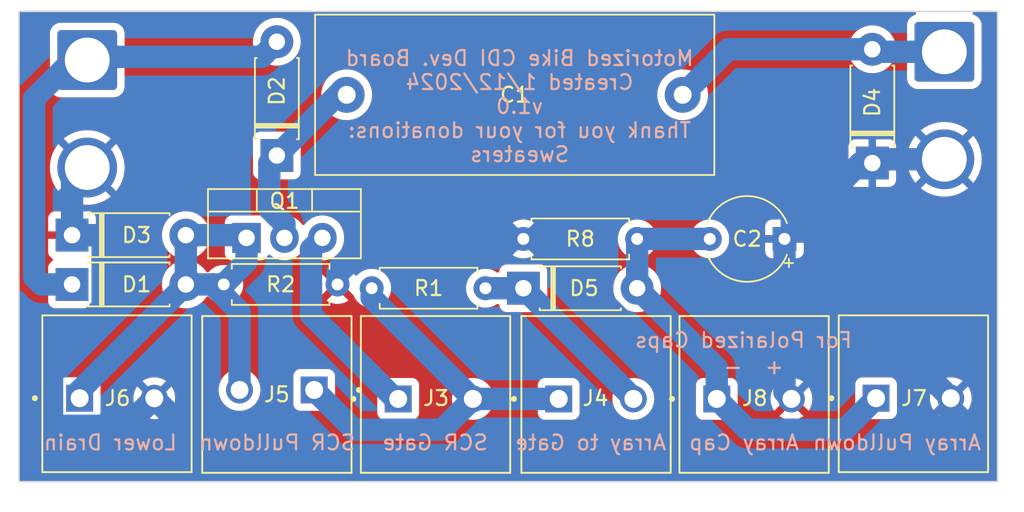
<source format=kicad_pcb>
(kicad_pcb (version 20221018) (generator pcbnew)
  (layers (0 "F.Cu" signal) (31 "B.Cu" signal) (34 "B.Paste" user) (35 "F.Paste" user) (36 "B.SilkS" user "B.Silkscreen") (37 "F.SilkS" user "F.Silkscreen") (38 "B.Mask" user) (39 "F.Mask" user) (44 "Edge.Cuts" user))
  (net 0 "")
  (net 1 "Net-(D2-K)")
  (net 2 "Net-(D4-A)")
  (net 3 "GND")
  (net 4 "Net-(D5-A)")
  (net 5 "Net-(D1-K)")
  (net 6 "Net-(D1-A)")
  (net 7 "Net-(D5-K)")
  (net 8 "Net-(J3-Pin_1)")
  (net 9 "Net-(J3-Pin_2)")
  (footprint "Diode_THT:D_DO-41_SOD81_P7.62mm_Horizontal" (layer "F.Cu") (at 154.178 101.6 90)
    (fp_text reference "D2" (at 4.318 0 90) (layer "F.SilkS"))
    (fp_text value "1N4007")
    (fp_line (start 1.09 -1.47) (end 6.53 -1.47) (stroke (width 0.12)) (layer "F.SilkS"))
    (fp_line (start 1.09 -1.34) (end 1.09 -1.47) (stroke (width 0.12)) (layer "F.SilkS"))
    (fp_line (start 1.09 1.34) (end 1.09 1.47) (stroke (width 0.12)) (layer "F.SilkS"))
    (fp_line (start 1.09 1.47) (end 6.53 1.47) (stroke (width 0.12)) (layer "F.SilkS"))
    (fp_line (start 1.87 -1.47) (end 1.87 1.47) (stroke (width 0.12)) (layer "F.SilkS"))
    (fp_line (start 1.99 -1.47) (end 1.99 1.47) (stroke (width 0.12)) (layer "F.SilkS"))
    (fp_line (start 2.11 -1.47) (end 2.11 1.47) (stroke (width 0.12)) (layer "F.SilkS"))
    (fp_line (start 6.53 -1.47) (end 6.53 -1.34) (stroke (width 0.12)) (layer "F.SilkS"))
    (fp_line (start 6.53 1.47) (end 6.53 1.34) (stroke (width 0.12)) (layer "F.SilkS"))
    (pad "1" thru_hole rect (at 0 0 90) (size 2.2 2.2) (drill 1.1) (layers "*.Cu" "*.Mask") (net 1 "Net-(D2-K)"))
    (pad "2" thru_hole oval (at 7.62 0 90) (size 2.2 2.2) (drill 1.1) (layers "*.Cu" "*.Mask") (net 5 "Net-(D1-K)"))
  )
  (footprint "TE_1792863:TE_1792863" (layer "F.Cu") (at 186.1405 117.902)
    (fp_text reference "J8" (at 0.0415 -0.046) (layer "F.SilkS"))
    (fp_text value "aC")
    (fp_line (start -5 -5.55) (end 5 -5.55) (stroke (width 0.127)) (layer "F.SilkS"))
    (fp_line (start -5 4.95) (end -5 -5.55) (stroke (width 0.127)) (layer "F.SilkS"))
    (fp_line (start 5 -5.55) (end 5 4.95) (stroke (width 0.127)) (layer "F.SilkS"))
    (fp_line (start 5 4.95) (end -5 4.95) (stroke (width 0.127)) (layer "F.SilkS"))
    (fp_circle (center -5.5 0) (end -5.4 0) (stroke (width 0.2)) (fill none) (layer "F.SilkS"))
    (pad "1" thru_hole rect (at -2.5 0) (size 1.8 1.8) (drill 1.2) (layers "*.Cu" "*.Mask") (net 4 "Net-(D5-A)"))
    (pad "2" thru_hole circle (at 2.5 0) (size 1.8 1.8) (drill 1.2) (layers "*.Cu" "*.Mask") (net 3 "GND"))
  )
  (footprint "Connector_Wire:SolderWire-2.5sqmm_1x02_P7.2mm_D2.4mm_OD3.6mm" (layer "F.Cu") (at 198.882 94.654 -90)
    (fp_text reference "J2" hide)
    (fp_text value "COIL")
    (pad "1" thru_hole roundrect (at 0 0 270) (size 4 4) (drill 3) (layers "*.Cu" "*.Mask") (roundrect_rratio 0.0625) (net 2 "Net-(D4-A)"))
    (pad "2" thru_hole circle (at 7.2 0 270) (size 4 4) (drill 3) (layers "*.Cu" "*.Mask") (net 3 "GND"))
  )
  (footprint "Connector_Wire:SolderWire-2.5sqmm_1x02_P7.2mm_D2.4mm_OD3.6mm" (layer "F.Cu") (at 141.478 95.206 -90)
    (fp_text reference "J1" hide)
    (fp_text value "MAG")
    (pad "1" thru_hole roundrect (at 0 0 270) (size 4 4) (drill 3) (layers "*.Cu" "*.Mask") (roundrect_rratio 0.0625) (net 5 "Net-(D1-K)"))
    (pad "2" thru_hole circle (at 7.2 0 270) (size 4 4) (drill 3) (layers "*.Cu" "*.Mask") (net 3 "GND"))
  )
  (footprint "TE_1792863:TE_1792863" (layer "F.Cu") (at 143.47 117.856)
    (fp_text reference "J6" (at 0.04 0) (layer "F.SilkS"))
    (fp_text value "lD")
    (fp_line (start -5 -5.55) (end 5 -5.55) (stroke (width 0.127)) (layer "F.SilkS"))
    (fp_line (start -5 4.95) (end -5 -5.55) (stroke (width 0.127)) (layer "F.SilkS"))
    (fp_line (start 5 -5.55) (end 5 4.95) (stroke (width 0.127)) (layer "F.SilkS"))
    (fp_line (start 5 4.95) (end -5 4.95) (stroke (width 0.127)) (layer "F.SilkS"))
    (fp_circle (center -5.5 0) (end -5.4 0) (stroke (width 0.2)) (fill none) (layer "F.SilkS"))
    (pad "1" thru_hole rect (at -2.5 0) (size 1.8 1.8) (drill 1.2) (layers "*.Cu" "*.Mask") (net 6 "Net-(D1-A)"))
    (pad "2" thru_hole circle (at 2.5 0) (size 1.8 1.8) (drill 1.2) (layers "*.Cu" "*.Mask") (net 3 "GND"))
  )
  (footprint "TE_1792863:TE_1792863" (layer "F.Cu") (at 154.178 117.302 180)
    (fp_text reference "J5" (at 0 -0.3) (layer "F.SilkS"))
    (fp_text value "scrD")
    (fp_line (start -5 -5.55) (end 5 -5.55) (stroke (width 0.127)) (layer "F.SilkS"))
    (fp_line (start -5 4.95) (end -5 -5.55) (stroke (width 0.127)) (layer "F.SilkS"))
    (fp_line (start 5 -5.55) (end 5 4.95) (stroke (width 0.127)) (layer "F.SilkS"))
    (fp_line (start 5 4.95) (end -5 4.95) (stroke (width 0.127)) (layer "F.SilkS"))
    (fp_circle (center -5.5 0) (end -5.4 0) (stroke (width 0.2)) (fill none) (layer "F.SilkS"))
    (pad "1" thru_hole rect (at -2.5 0 180) (size 1.8 1.8) (drill 1.2) (layers "*.Cu" "*.Mask") (net 9 "Net-(J3-Pin_2)"))
    (pad "2" thru_hole circle (at 2.5 0 180) (size 1.8 1.8) (drill 1.2) (layers "*.Cu" "*.Mask") (net 6 "Net-(D1-A)"))
  )
  (footprint "Capacitor_THT:CP_Radial_Tantal_D5.5mm_P5.00mm" (layer "F.Cu") (at 188.174 107.188 180)
    (fp_text reference "C2" (at 2.5 0) (layer "F.SilkS"))
    (fp_text value "0.47u")
    (fp_line (start -0.572262 -1.615) (end -0.022262 -1.615) (stroke (width 0.12)) (layer "F.SilkS"))
    (fp_line (start -0.297262 -1.89) (end -0.297262 -1.34) (stroke (width 0.12)) (layer "F.SilkS"))
    (fp_arc (start -0.167077 -1.06) (mid 2.5 -2.87) (end 5.167077 -1.06) (stroke (width 0.12)) (layer "F.SilkS"))
    (fp_arc (start 5.167077 1.06) (mid 2.5 2.87) (end -0.167077 1.06) (stroke (width 0.12)) (layer "F.SilkS"))
    (pad "1" thru_hole rect (at 0 0 180) (size 1.6 1.6) (drill 0.8) (layers "*.Cu" "*.Mask") (net 3 "GND"))
    (pad "2" thru_hole circle (at 5 0 180) (size 1.6 1.6) (drill 0.8) (layers "*.Cu" "*.Mask") (net 4 "Net-(D5-A)"))
  )
  (footprint "Resistor_THT:R_Axial_DIN0207_L6.3mm_D2.5mm_P7.62mm_Horizontal" (layer "F.Cu") (at 170.688 107.188)
    (fp_text reference "R8" (at 3.81 0) (layer "F.SilkS"))
    (fp_text value "680")
    (fp_line (start 0.54 -1.37) (end 7.08 -1.37) (stroke (width 0.12)) (layer "F.SilkS"))
    (fp_line (start 0.54 -1.04) (end 0.54 -1.37) (stroke (width 0.12)) (layer "F.SilkS"))
    (fp_line (start 0.54 1.04) (end 0.54 1.37) (stroke (width 0.12)) (layer "F.SilkS"))
    (fp_line (start 0.54 1.37) (end 7.08 1.37) (stroke (width 0.12)) (layer "F.SilkS"))
    (fp_line (start 7.08 -1.37) (end 7.08 -1.04) (stroke (width 0.12)) (layer "F.SilkS"))
    (fp_line (start 7.08 1.37) (end 7.08 1.04) (stroke (width 0.12)) (layer "F.SilkS"))
    (pad "1" thru_hole circle (at 0 0) (size 1.6 1.6) (drill 0.8) (layers "*.Cu" "*.Mask") (net 3 "GND"))
    (pad "2" thru_hole oval (at 7.62 0) (size 1.6 1.6) (drill 0.8) (layers "*.Cu" "*.Mask") (net 4 "Net-(D5-A)"))
  )
  (footprint "Diode_THT:D_DO-41_SOD81_P7.62mm_Horizontal" (layer "F.Cu") (at 170.688 110.49)
    (fp_text reference "D5" (at 4.064 0) (layer "F.SilkS"))
    (fp_text value "1N4007")
    (fp_line (start 1.09 -1.47) (end 6.53 -1.47) (stroke (width 0.12)) (layer "F.SilkS"))
    (fp_line (start 1.09 -1.34) (end 1.09 -1.47) (stroke (width 0.12)) (layer "F.SilkS"))
    (fp_line (start 1.09 1.34) (end 1.09 1.47) (stroke (width 0.12)) (layer "F.SilkS"))
    (fp_line (start 1.09 1.47) (end 6.53 1.47) (stroke (width 0.12)) (layer "F.SilkS"))
    (fp_line (start 1.87 -1.47) (end 1.87 1.47) (stroke (width 0.12)) (layer "F.SilkS"))
    (fp_line (start 1.99 -1.47) (end 1.99 1.47) (stroke (width 0.12)) (layer "F.SilkS"))
    (fp_line (start 2.11 -1.47) (end 2.11 1.47) (stroke (width 0.12)) (layer "F.SilkS"))
    (fp_line (start 6.53 -1.47) (end 6.53 -1.34) (stroke (width 0.12)) (layer "F.SilkS"))
    (fp_line (start 6.53 1.47) (end 6.53 1.34) (stroke (width 0.12)) (layer "F.SilkS"))
    (pad "1" thru_hole rect (at 0 0) (size 2.2 2.2) (drill 1.1) (layers "*.Cu" "*.Mask") (net 7 "Net-(D5-K)"))
    (pad "2" thru_hole oval (at 7.62 0) (size 2.2 2.2) (drill 1.1) (layers "*.Cu" "*.Mask") (net 4 "Net-(D5-A)"))
  )
  (footprint "TE_1792863:TE_1792863" (layer "F.Cu") (at 175.554 117.902)
    (fp_text reference "J4" (at -0.04 -0.046) (layer "F.SilkS"))
    (fp_text value "AtG")
    (fp_line (start -5 -5.55) (end 5 -5.55) (stroke (width 0.127)) (layer "F.SilkS"))
    (fp_line (start -5 4.95) (end -5 -5.55) (stroke (width 0.127)) (layer "F.SilkS"))
    (fp_line (start 5 -5.55) (end 5 4.95) (stroke (width 0.127)) (layer "F.SilkS"))
    (fp_line (start 5 4.95) (end -5 4.95) (stroke (width 0.127)) (layer "F.SilkS"))
    (fp_circle (center -5.5 0) (end -5.4 0) (stroke (width 0.2)) (fill none) (layer "F.SilkS"))
    (pad "1" thru_hole rect (at -2.5 0) (size 1.8 1.8) (drill 1.2) (layers "*.Cu" "*.Mask") (net 9 "Net-(J3-Pin_2)"))
    (pad "2" thru_hole circle (at 2.5 0) (size 1.8 1.8) (drill 1.2) (layers "*.Cu" "*.Mask") (net 7 "Net-(D5-K)"))
  )
  (footprint "Resistor_THT:R_Axial_DIN0207_L6.3mm_D2.5mm_P7.62mm_Horizontal" (layer "F.Cu") (at 158.242 110.236 180)
    (fp_text reference "R2" (at 3.81 0) (layer "F.SilkS"))
    (fp_text value "16")
    (fp_line (start 0.54 -1.37) (end 7.08 -1.37) (stroke (width 0.12)) (layer "F.SilkS"))
    (fp_line (start 0.54 -1.04) (end 0.54 -1.37) (stroke (width 0.12)) (layer "F.SilkS"))
    (fp_line (start 0.54 1.04) (end 0.54 1.37) (stroke (width 0.12)) (layer "F.SilkS"))
    (fp_line (start 0.54 1.37) (end 7.08 1.37) (stroke (width 0.12)) (layer "F.SilkS"))
    (fp_line (start 7.08 -1.37) (end 7.08 -1.04) (stroke (width 0.12)) (layer "F.SilkS"))
    (fp_line (start 7.08 1.37) (end 7.08 1.04) (stroke (width 0.12)) (layer "F.SilkS"))
    (pad "1" thru_hole circle (at 0 0 180) (size 1.6 1.6) (drill 0.8) (layers "*.Cu" "*.Mask") (net 3 "GND"))
    (pad "2" thru_hole oval (at 7.62 0 180) (size 1.6 1.6) (drill 0.8) (layers "*.Cu" "*.Mask") (net 6 "Net-(D1-A)"))
  )
  (footprint "Resistor_THT:R_Axial_DIN0207_L6.3mm_D2.5mm_P7.62mm_Horizontal" (layer "F.Cu") (at 168.148 110.49 180)
    (fp_text reference "R1" (at 3.81 0) (layer "F.SilkS"))
    (fp_text value "47")
    (fp_line (start 0.54 -1.37) (end 7.08 -1.37) (stroke (width 0.12)) (layer "F.SilkS"))
    (fp_line (start 0.54 -1.04) (end 0.54 -1.37) (stroke (width 0.12)) (layer "F.SilkS"))
    (fp_line (start 0.54 1.04) (end 0.54 1.37) (stroke (width 0.12)) (layer "F.SilkS"))
    (fp_line (start 0.54 1.37) (end 7.08 1.37) (stroke (width 0.12)) (layer "F.SilkS"))
    (fp_line (start 7.08 -1.37) (end 7.08 -1.04) (stroke (width 0.12)) (layer "F.SilkS"))
    (fp_line (start 7.08 1.37) (end 7.08 1.04) (stroke (width 0.12)) (layer "F.SilkS"))
    (pad "1" thru_hole circle (at 0 0 180) (size 1.6 1.6) (drill 0.8) (layers "*.Cu" "*.Mask") (net 7 "Net-(D5-K)"))
    (pad "2" thru_hole oval (at 7.62 0 180) (size 1.6 1.6) (drill 0.8) (layers "*.Cu" "*.Mask") (net 9 "Net-(J3-Pin_2)"))
  )
  (footprint "Capacitor_THT:C_Rect_L26.5mm_W10.5mm_P22.50mm_MKS4" (layer "F.Cu") (at 158.856 97.536)
    (fp_text reference "C1" (at 11.25 0) (layer "F.SilkS"))
    (fp_text value "1u")
    (fp_line (start -2.12 -5.37) (end -2.12 5.37) (stroke (width 0.12)) (layer "F.SilkS"))
    (fp_line (start -2.12 -5.37) (end 24.62 -5.37) (stroke (width 0.12)) (layer "F.SilkS"))
    (fp_line (start -2.12 5.37) (end 24.62 5.37) (stroke (width 0.12)) (layer "F.SilkS"))
    (fp_line (start 24.62 -5.37) (end 24.62 5.37) (stroke (width 0.12)) (layer "F.SilkS"))
    (pad "1" thru_hole circle (at 0 0) (size 2.4 2.4) (drill 1.2) (layers "*.Cu" "*.Mask") (net 1 "Net-(D2-K)"))
    (pad "2" thru_hole circle (at 22.5 0) (size 2.4 2.4) (drill 1.2) (layers "*.Cu" "*.Mask") (net 2 "Net-(D4-A)"))
  )
  (footprint "TE_1792863:TE_1792863" (layer "F.Cu") (at 164.8045 117.902)
    (fp_text reference "J3" (at 0.0415 -0.046) (layer "F.SilkS"))
    (fp_text value "GtD")
    (fp_line (start -5 -5.55) (end 5 -5.55) (stroke (width 0.127)) (layer "F.SilkS"))
    (fp_line (start -5 4.95) (end -5 -5.55) (stroke (width 0.127)) (layer "F.SilkS"))
    (fp_line (start 5 -5.55) (end 5 4.95) (stroke (width 0.127)) (layer "F.SilkS"))
    (fp_line (start 5 4.95) (end -5 4.95) (stroke (width 0.127)) (layer "F.SilkS"))
    (fp_circle (center -5.5 0) (end -5.4 0) (stroke (width 0.2)) (fill none) (layer "F.SilkS"))
    (pad "1" thru_hole rect (at -2.5 0) (size 1.8 1.8) (drill 1.2) (layers "*.Cu" "*.Mask") (net 8 "Net-(J3-Pin_1)"))
    (pad "2" thru_hole circle (at 2.5 0) (size 1.8 1.8) (drill 1.2) (layers "*.Cu" "*.Mask") (net 9 "Net-(J3-Pin_2)"))
  )
  (footprint "Diode_THT:D_DO-41_SOD81_P7.62mm_Horizontal" (layer "F.Cu") (at 140.462 110.236)
    (fp_text reference "D1" (at 4.318 0) (layer "F.SilkS"))
    (fp_text value "1N4007")
    (fp_line (start 1.09 -1.47) (end 6.53 -1.47) (stroke (width 0.12)) (layer "F.SilkS"))
    (fp_line (start 1.09 -1.34) (end 1.09 -1.47) (stroke (width 0.12)) (layer "F.SilkS"))
    (fp_line (start 1.09 1.34) (end 1.09 1.47) (stroke (width 0.12)) (layer "F.SilkS"))
    (fp_line (start 1.09 1.47) (end 6.53 1.47) (stroke (width 0.12)) (layer "F.SilkS"))
    (fp_line (start 1.87 -1.47) (end 1.87 1.47) (stroke (width 0.12)) (layer "F.SilkS"))
    (fp_line (start 1.99 -1.47) (end 1.99 1.47) (stroke (width 0.12)) (layer "F.SilkS"))
    (fp_line (start 2.11 -1.47) (end 2.11 1.47) (stroke (width 0.12)) (layer "F.SilkS"))
    (fp_line (start 6.53 -1.47) (end 6.53 -1.34) (stroke (width 0.12)) (layer "F.SilkS"))
    (fp_line (start 6.53 1.47) (end 6.53 1.34) (stroke (width 0.12)) (layer "F.SilkS"))
    (pad "1" thru_hole rect (at 0 0) (size 2.2 2.2) (drill 1.1) (layers "*.Cu" "*.Mask") (net 5 "Net-(D1-K)"))
    (pad "2" thru_hole oval (at 7.62 0) (size 2.2 2.2) (drill 1.1) (layers "*.Cu" "*.Mask") (net 6 "Net-(D1-A)"))
  )
  (footprint "TE_1792863:TE_1792863" (layer "F.Cu") (at 196.81 117.856)
    (fp_text reference "J7" (at 0.04 0) (layer "F.SilkS"))
    (fp_text value "aD")
    (fp_line (start -5 -5.55) (end 5 -5.55) (stroke (width 0.127)) (layer "F.SilkS"))
    (fp_line (start -5 4.95) (end -5 -5.55) (stroke (width 0.127)) (layer "F.SilkS"))
    (fp_line (start 5 -5.55) (end 5 4.95) (stroke (width 0.127)) (layer "F.SilkS"))
    (fp_line (start 5 4.95) (end -5 4.95) (stroke (width 0.127)) (layer "F.SilkS"))
    (fp_circle (center -5.5 0) (end -5.4 0) (stroke (width 0.2)) (fill none) (layer "F.SilkS"))
    (pad "1" thru_hole rect (at -2.5 0) (size 1.8 1.8) (drill 1.2) (layers "*.Cu" "*.Mask") (net 4 "Net-(D5-A)"))
    (pad "2" thru_hole circle (at 2.5 0) (size 1.8 1.8) (drill 1.2) (layers "*.Cu" "*.Mask") (net 3 "GND"))
  )
  (footprint "Package_TO_SOT_THT:TO-220-3_Vertical" (layer "F.Cu") (at 152.146 107.117)
    (fp_text reference "Q1" (at 2.54 -2.469) (layer "F.SilkS"))
    (fp_text value "TIC106")
    (fp_line (start -2.58 -3.27) (end -2.58 1.371) (stroke (width 0.12)) (layer "F.SilkS"))
    (fp_line (start -2.58 -3.27) (end 7.66 -3.27) (stroke (width 0.12)) (layer "F.SilkS"))
    (fp_line (start -2.58 -1.76) (end 7.66 -1.76) (stroke (width 0.12)) (layer "F.SilkS"))
    (fp_line (start -2.58 1.371) (end 7.66 1.371) (stroke (width 0.12)) (layer "F.SilkS"))
    (fp_line (start 0.69 -3.27) (end 0.69 -1.76) (stroke (width 0.12)) (layer "F.SilkS"))
    (fp_line (start 4.391 -3.27) (end 4.391 -1.76) (stroke (width 0.12)) (layer "F.SilkS"))
    (fp_line (start 7.66 -3.27) (end 7.66 1.371) (stroke (width 0.12)) (layer "F.SilkS"))
    (pad "1" thru_hole rect (at 0 0) (size 1.905 2) (drill 1.1) (layers "*.Cu" "*.Mask") (net 6 "Net-(D1-A)"))
    (pad "2" thru_hole oval (at 2.54 0) (size 1.905 2) (drill 1.1) (layers "*.Cu" "*.Mask") (net 1 "Net-(D2-K)"))
    (pad "3" thru_hole oval (at 5.08 0) (size 1.905 2) (drill 1.1) (layers "*.Cu" "*.Mask") (net 8 "Net-(J3-Pin_1)"))
  )
  (footprint "Diode_THT:D_DO-41_SOD81_P7.62mm_Horizontal" (layer "F.Cu") (at 140.462 106.934)
    (fp_text reference "D3" (at 4.318 0) (layer "F.SilkS"))
    (fp_text value "1N4007")
    (fp_line (start 1.09 -1.47) (end 6.53 -1.47) (stroke (width 0.12)) (layer "F.SilkS"))
    (fp_line (start 1.09 -1.34) (end 1.09 -1.47) (stroke (width 0.12)) (layer "F.SilkS"))
    (fp_line (start 1.09 1.34) (end 1.09 1.47) (stroke (width 0.12)) (layer "F.SilkS"))
    (fp_line (start 1.09 1.47) (end 6.53 1.47) (stroke (width 0.12)) (layer "F.SilkS"))
    (fp_line (start 1.87 -1.47) (end 1.87 1.47) (stroke (width 0.12)) (layer "F.SilkS"))
    (fp_line (start 1.99 -1.47) (end 1.99 1.47) (stroke (width 0.12)) (layer "F.SilkS"))
    (fp_line (start 2.11 -1.47) (end 2.11 1.47) (stroke (width 0.12)) (layer "F.SilkS"))
    (fp_line (start 6.53 -1.47) (end 6.53 -1.34) (stroke (width 0.12)) (layer "F.SilkS"))
    (fp_line (start 6.53 1.47) (end 6.53 1.34) (stroke (width 0.12)) (layer "F.SilkS"))
    (pad "1" thru_hole rect (at 0 0) (size 2.2 2.2) (drill 1.1) (layers "*.Cu" "*.Mask") (net 3 "GND"))
    (pad "2" thru_hole oval (at 7.62 0) (size 2.2 2.2) (drill 1.1) (layers "*.Cu" "*.Mask") (net 6 "Net-(D1-A)"))
  )
  (footprint "Diode_THT:D_DO-41_SOD81_P7.62mm_Horizontal" (layer "F.Cu") (at 194.056 102.108 90)
    (fp_text reference "D4" (at 4.064 0 90) (layer "F.SilkS"))
    (fp_text value "1N4007")
    (fp_line (start 1.09 -1.47) (end 6.53 -1.47) (stroke (width 0.12)) (layer "F.SilkS"))
    (fp_line (start 1.09 -1.34) (end 1.09 -1.47) (stroke (width 0.12)) (layer "F.SilkS"))
    (fp_line (start 1.09 1.34) (end 1.09 1.47) (stroke (width 0.12)) (layer "F.SilkS"))
    (fp_line (start 1.09 1.47) (end 6.53 1.47) (stroke (width 0.12)) (layer "F.SilkS"))
    (fp_line (start 1.87 -1.47) (end 1.87 1.47) (stroke (width 0.12)) (layer "F.SilkS"))
    (fp_line (start 1.99 -1.47) (end 1.99 1.47) (stroke (width 0.12)) (layer "F.SilkS"))
    (fp_line (start 2.11 -1.47) (end 2.11 1.47) (stroke (width 0.12)) (layer "F.SilkS"))
    (fp_line (start 6.53 -1.47) (end 6.53 -1.34) (stroke (width 0.12)) (layer "F.SilkS"))
    (fp_line (start 6.53 1.47) (end 6.53 1.34) (stroke (width 0.12)) (layer "F.SilkS"))
    (pad "1" thru_hole rect (at 0 0 90) (size 2.2 2.2) (drill 1.1) (layers "*.Cu" "*.Mask") (net 3 "GND"))
    (pad "2" thru_hole oval (at 7.62 0 90) (size 2.2 2.2) (drill 1.1) (layers "*.Cu" "*.Mask") (net 2 "Net-(D4-A)"))
  )
  (gr_rect (start 136.906 91.948) (end 202.438 123.444) (stroke (width 0.1)) (fill none) (layer "Edge.Cuts"))
  (gr_text "For Polarized Caps" (at 192.786 114.554) (layer "B.SilkS") (effects (font (size 1 1)) (justify left bottom mirror)))
  (gr_text "Motorized Bike CDI Dev. Board\nCreated 1/12/2024\nv1.0\nThank you for your donations:\nSweaters" (at 170.434 102.108) (layer "B.SilkS") (effects (font (size 1 1)) (justify bottom mirror)))
  (gr_text "Array to Gate" (at 180.34 121.412) (layer "B.SilkS") (effects (font (size 1 1)) (justify left bottom mirror)))
  (gr_text "SCR Gate" (at 168.402 121.412) (layer "B.SilkS") (effects (font (size 1 1)) (justify left bottom mirror)))
  (gr_text "SCR Pulldown" (at 159.512 121.412) (layer "B.SilkS") (effects (font (size 1 1)) (justify left bottom mirror)))
  (gr_text "Array Cap" (at 189.23 121.412) (layer "B.SilkS") (effects (font (size 1 1)) (justify left bottom mirror)))
  (gr_text "Array Pulldown" (at 201.422 121.412) (layer "B.SilkS") (effects (font (size 1 1)) (justify left bottom mirror)))
  (gr_text "+  -" (at 188.214 116.332) (layer "B.SilkS") (effects (font (size 1 1)) (justify left bottom mirror)))
  (gr_text "Lower Drain" (at 147.574 121.412) (layer "B.SilkS") (effects (font (size 1 1)) (justify left bottom mirror)))
  (segment (start 154.686 107.117) (end 154.686 106.183) (width 1.5) (layer "B.Cu") (net 1))
  (segment (start 158.242 97.536) (end 154.178 101.6) (width 1.5) (layer "B.Cu") (net 1))
  (segment (start 153.67 105.167) (end 153.67 102.108) (width 1.5) (layer "B.Cu") (net 1))
  (segment (start 154.686 106.183) (end 153.67 105.167) (width 1.5) (layer "B.Cu") (net 1))
  (segment (start 153.67 102.108) (end 154.178 101.6) (width 1.5) (layer "B.Cu") (net 1))
  (segment (start 158.856 97.536) (end 158.242 97.536) (width 1.5) (layer "B.Cu") (net 1))
  (segment (start 194.056 94.488) (end 184.404 94.488) (width 1.5) (layer "B.Cu") (net 2))
  (segment (start 194.222 94.654) (end 194.056 94.488) (width 1.5) (layer "B.Cu") (net 2))
  (segment (start 184.404 94.488) (end 181.356 97.536) (width 1.5) (layer "B.Cu") (net 2))
  (segment (start 198.882 94.654) (end 194.222 94.654) (width 1.5) (layer "B.Cu") (net 2))
  (segment (start 140.462 103.422) (end 141.478 102.406) (width 1.5) (layer "B.Cu") (net 3))
  (segment (start 145.97 117.856) (end 149.78 121.666) (width 1.5) (layer "B.Cu") (net 3))
  (segment (start 188.936 115.062) (end 188.174 114.3) (width 1.5) (layer "B.Cu") (net 3))
  (segment (start 181.864 122.428) (end 197.104 122.428) (width 1.5) (layer "B.Cu") (net 3))
  (segment (start 194.056 102.108) (end 193.254 102.108) (width 1.5) (layer "B.Cu") (net 3))
  (segment (start 144.12 119.706) (end 139.12 119.706) (width 1.5) (layer "B.Cu") (net 3))
  (segment (start 188.174 107.188) (end 188.174 114.3) (width 1.5) (layer "B.Cu") (net 3))
  (segment (start 196.516 115.062) (end 188.936 115.062) (width 1.5) (layer "B.Cu") (net 3))
  (segment (start 197.104 122.428) (end 199.31 120.222) (width 1.5) (layer "B.Cu") (net 3))
  (segment (start 139.12 115.134) (end 142.512 111.742) (width 1.5) (layer "B.Cu") (net 3))
  (segment (start 145.97 117.856) (end 144.12 119.706) (width 1.5) (layer "B.Cu") (net 3))
  (segment (start 194.31 101.854) (end 194.056 102.108) (width 1.5) (layer "B.Cu") (net 3))
  (segment (start 199.31 120.222) (end 199.31 117.856) (width 1.5) (layer "B.Cu") (net 3))
  (segment (start 196.516 115.062) (end 199.31 117.856) (width 1.5) (layer "B.Cu") (net 3))
  (segment (start 171.81937 107.188) (end 181.102 116.47063) (width 1.5) (layer "B.Cu") (net 3))
  (segment (start 198.882 101.854) (end 194.31 101.854) (width 1.5) (layer "B.Cu") (net 3))
  (segment (start 160.528 107.188) (end 158.242 109.474) (width 1.5) (layer "B.Cu") (net 3))
  (segment (start 139.12 119.706) (end 139.12 115.134) (width 1.5) (layer "B.Cu") (net 3))
  (segment (start 188.174 117.4355) (end 188.6405 117.902) (width 1.5) (layer "B.Cu") (net 3))
  (segment (start 181.102 116.47063) (end 181.102 121.666) (width 1.5) (layer "B.Cu") (net 3))
  (segment (start 170.688 107.188) (end 171.81937 107.188) (width 1.5) (layer "B.Cu") (net 3))
  (segment (start 181.102 121.666) (end 181.864 122.428) (width 1.5) (layer "B.Cu") (net 3))
  (segment (start 188.174 114.3) (end 188.174 117.4355) (width 1.5) (layer "B.Cu") (net 3))
  (segment (start 170.688 107.188) (end 160.528 107.188) (width 1.5) (layer "B.Cu") (net 3))
  (segment (start 140.462 106.934) (end 140.462 103.422) (width 1.5) (layer "B.Cu") (net 3))
  (segment (start 142.24 106.934) (end 140.462 106.934) (width 1.5) (layer "B.Cu") (net 3))
  (segment (start 193.254 102.108) (end 188.174 107.188) (width 1.5) (layer "B.Cu") (net 3))
  (segment (start 142.512 107.206) (end 142.24 106.934) (width 1.5) (layer "B.Cu") (net 3))
  (segment (start 142.512 111.742) (end 142.512 107.206) (width 1.5) (layer "B.Cu") (net 3))
  (segment (start 158.242 109.474) (end 158.242 110.236) (width 1.5) (layer "B.Cu") (net 3))
  (segment (start 149.78 121.666) (end 181.102 121.666) (width 1.5) (layer "B.Cu") (net 3))
  (segment (start 183.6405 117.902) (end 183.6405 115.8225) (width 1.5) (layer "B.Cu") (net 4))
  (segment (start 194.31 117.856) (end 192.2 119.966) (width 1.5) (layer "B.Cu") (net 4))
  (segment (start 178.308 110.49) (end 178.308 107.188) (width 1.5) (layer "B.Cu") (net 4))
  (segment (start 183.174 107.188) (end 178.308 107.188) (width 1.5) (layer "B.Cu") (net 4))
  (segment (start 185.7045 119.966) (end 183.6405 117.902) (width 1.5) (layer "B.Cu") (net 4))
  (segment (start 192.2 119.966) (end 185.7045 119.966) (width 1.5) (layer "B.Cu") (net 4))
  (segment (start 183.6405 115.8225) (end 178.308 110.49) (width 1.5) (layer "B.Cu") (net 4))
  (segment (start 141.688 94.996) (end 141.478 95.206) (width 1.5) (layer "B.Cu") (net 5))
  (segment (start 140.462 110.236) (end 138.43 110.236) (width 1.5) (layer "B.Cu") (net 5))
  (segment (start 140.506 95.206) (end 141.478 95.206) (width 1.5) (layer "B.Cu") (net 5))
  (segment (start 138.43 110.236) (end 137.922 109.728) (width 1.5) (layer "B.Cu") (net 5))
  (segment (start 137.922 97.79) (end 140.506 95.206) (width 1.5) (layer "B.Cu") (net 5))
  (segment (start 137.922 109.728) (end 137.922 97.79) (width 1.5) (layer "B.Cu") (net 5))
  (segment (start 154.178 93.98) (end 153.162 94.996) (width 1.5) (layer "B.Cu") (net 5))
  (segment (start 153.162 94.996) (end 141.688 94.996) (width 1.5) (layer "B.Cu") (net 5))
  (segment (start 148.082 110.236) (end 149.86 110.236) (width 1.5) (layer "B.Cu") (net 6))
  (segment (start 140.97 117.348) (end 148.082 110.236) (width 1.5) (layer "B.Cu") (net 6))
  (segment (start 148.082 106.934) (end 148.082 110.236) (width 1.5) (layer "B.Cu") (net 6))
  (segment (start 149.86 110.236) (end 150.622 110.236) (width 1.5) (layer "B.Cu") (net 6))
  (segment (start 152.146 108.712) (end 150.622 110.236) (width 1.5) (layer "B.Cu") (net 6))
  (segment (start 151.678 117.302) (end 151.678 112.054) (width 1.5) (layer "B.Cu") (net 6))
  (segment (start 151.963 106.934) (end 152.146 107.117) (width 1.5) (layer "B.Cu") (net 6))
  (segment (start 151.678 112.054) (end 149.86 110.236) (width 1.5) (layer "B.Cu") (net 6))
  (segment (start 140.97 117.856) (end 140.97 117.348) (width 1.5) (layer "B.Cu") (net 6))
  (segment (start 152.146 107.117) (end 152.146 108.712) (width 1.5) (layer "B.Cu") (net 6))
  (segment (start 148.082 106.934) (end 151.963 106.934) (width 1.5) (layer "B.Cu") (net 6))
  (segment (start 178.054 117.856) (end 170.688 110.49) (width 1.5) (layer "B.Cu") (net 7))
  (segment (start 178.054 117.902) (end 178.054 117.856) (width 1.5) (layer "B.Cu") (net 7))
  (segment (start 168.148 110.49) (end 170.688 110.49) (width 1.5) (layer "B.Cu") (net 7))
  (segment (start 162.098 117.902) (end 156.464 112.268) (width 1.5) (layer "B.Cu") (net 8))
  (segment (start 162.3045 117.902) (end 162.098 117.902) (width 1.5) (layer "B.Cu") (net 8))
  (segment (start 156.464 107.879) (end 157.226 107.117) (width 1.5) (layer "B.Cu") (net 8))
  (segment (start 156.464 112.268) (end 156.464 107.879) (width 1.5) (layer "B.Cu") (net 8))
  (segment (start 156.678 117.302) (end 159.342 119.966) (width 1.5) (layer "B.Cu") (net 9))
  (segment (start 173.054 117.902) (end 167.3045 117.902) (width 1.5) (layer "B.Cu") (net 9))
  (segment (start 159.342 119.966) (end 165.2405 119.966) (width 1.5) (layer "B.Cu") (net 9))
  (segment (start 160.528 110.49) (end 160.528 111.1255) (width 1.5) (layer "B.Cu") (net 9))
  (segment (start 165.2405 119.966) (end 167.3045 117.902) (width 1.5) (layer "B.Cu") (net 9))
  (segment (start 160.528 111.1255) (end 167.3045 117.902) (width 1.5) (layer "B.Cu") (net 9))
  (zone (net 3) (net_name "GND") (layers "F&B.Cu") (connect_pads (clearance 0.5)) (min_thickness 0.25) (fill yes (thermal_gap 0.5) (thermal_bridge_width 0.5))
    (polygon (pts (xy 135.89 91.186) (xy 203.962 91.186) (xy 204.216 125.476) (xy 135.636 125.222)))
  )
)
</source>
